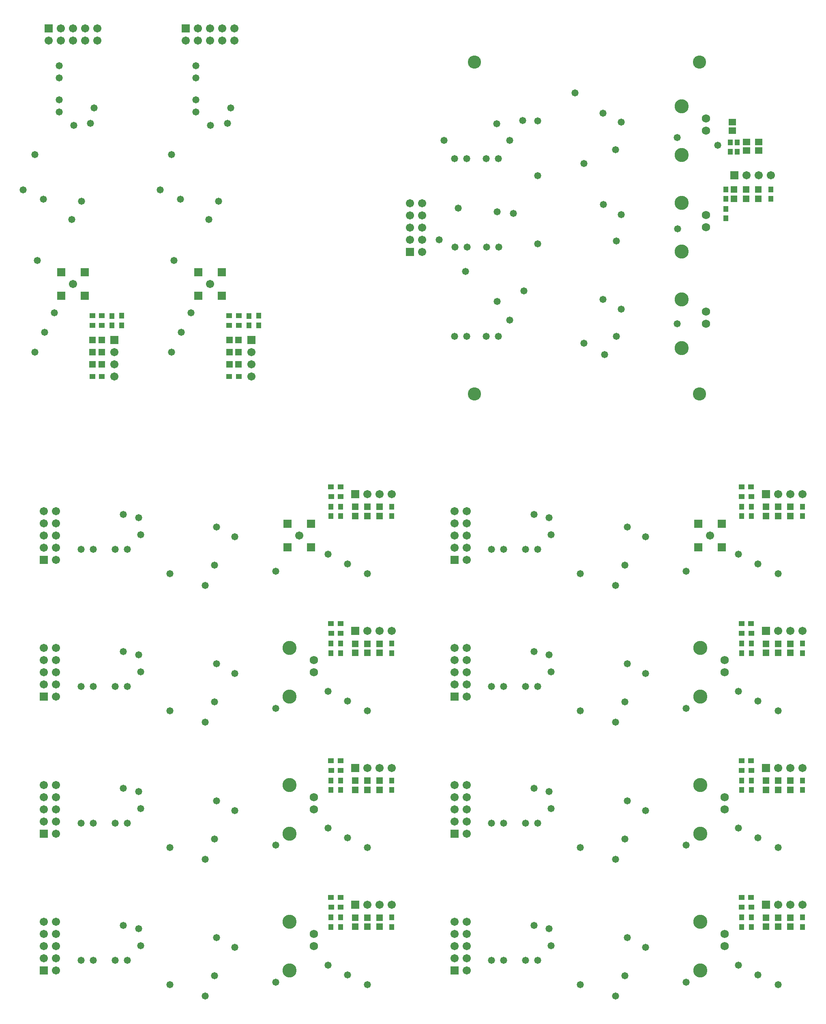
<source format=gbs>
%FSLAX25Y25*%
%MOIN*%
G70*
G01*
G75*
G04 Layer_Color=16711935*
%ADD10R,0.03543X0.04331*%
%ADD11R,0.04331X0.03543*%
%ADD12R,0.03543X0.03937*%
%ADD13R,0.04724X0.05512*%
%ADD14R,0.04016X0.01614*%
%ADD15R,0.05512X0.04724*%
%ADD16R,0.05512X0.04921*%
%ADD17R,0.04921X0.05512*%
%ADD18O,0.02362X0.08661*%
%ADD19C,0.01000*%
%ADD20O,0.08661X0.02362*%
%ADD21R,0.05512X0.04921*%
%ADD22R,0.05512X0.04724*%
%ADD23R,0.01614X0.04016*%
%ADD24R,0.03937X0.03543*%
%ADD25R,0.04331X0.03543*%
%ADD26C,0.05906*%
%ADD27R,0.05906X0.05906*%
%ADD28R,0.05906X0.05906*%
%ADD29C,0.06000*%
%ADD30C,0.05000*%
%ADD31C,0.10787*%
%ADD32R,0.05906X0.05906*%
%ADD33C,0.10000*%
%ADD34R,0.04724X0.04724*%
%ADD35R,0.04724X0.04724*%
%ADD36C,0.00787*%
%ADD37C,0.00984*%
%ADD38C,0.02362*%
%ADD39C,0.00800*%
%ADD40C,0.01500*%
%ADD41C,0.02000*%
%ADD42R,0.04343X0.05131*%
%ADD43R,0.05131X0.04343*%
%ADD44R,0.04343X0.04737*%
%ADD45R,0.05524X0.06312*%
%ADD46R,0.04816X0.02414*%
%ADD47R,0.06312X0.05524*%
%ADD48R,0.06312X0.05721*%
%ADD49R,0.05721X0.06312*%
%ADD50O,0.03162X0.09461*%
%ADD51O,0.09461X0.03162*%
%ADD52R,0.06312X0.05721*%
%ADD53R,0.06312X0.05524*%
%ADD54R,0.02414X0.04816*%
%ADD55R,0.04737X0.04343*%
%ADD56R,0.05131X0.04343*%
%ADD57C,0.06706*%
%ADD58R,0.06706X0.06706*%
%ADD59R,0.06706X0.06706*%
%ADD60C,0.06800*%
%ADD61C,0.05800*%
%ADD62C,0.11587*%
%ADD63R,0.06706X0.06706*%
%ADD64C,0.10800*%
%ADD65R,0.05524X0.05524*%
%ADD66R,0.05524X0.05524*%
D42*
X270000Y73677D02*
D03*
Y65803D02*
D03*
X312000D02*
D03*
Y73677D02*
D03*
X262000Y65803D02*
D03*
Y73677D02*
D03*
X90000Y560126D02*
D03*
Y568000D02*
D03*
X82000Y567874D02*
D03*
Y560000D02*
D03*
X202500Y560126D02*
D03*
Y568000D02*
D03*
X194500Y567874D02*
D03*
Y560000D02*
D03*
X262000Y411177D02*
D03*
Y403303D02*
D03*
X312000Y411177D02*
D03*
Y403303D02*
D03*
X270000D02*
D03*
Y411177D02*
D03*
X599500D02*
D03*
Y403303D02*
D03*
X649500Y411177D02*
D03*
Y403303D02*
D03*
X607500D02*
D03*
Y411177D02*
D03*
Y73677D02*
D03*
Y65803D02*
D03*
X649500D02*
D03*
Y73677D02*
D03*
X599500Y65803D02*
D03*
Y73677D02*
D03*
X607500Y186177D02*
D03*
Y178303D02*
D03*
X649500D02*
D03*
Y186177D02*
D03*
X599500Y178303D02*
D03*
Y186177D02*
D03*
X607500Y298677D02*
D03*
Y290803D02*
D03*
X649500D02*
D03*
Y298677D02*
D03*
X599500Y290803D02*
D03*
Y298677D02*
D03*
X270000Y186177D02*
D03*
Y178303D02*
D03*
X312000D02*
D03*
Y186177D02*
D03*
X262000Y178303D02*
D03*
Y186177D02*
D03*
X270000Y298677D02*
D03*
Y290803D02*
D03*
X312000D02*
D03*
Y298677D02*
D03*
X262000Y290803D02*
D03*
Y298677D02*
D03*
X586700Y655800D02*
D03*
Y647926D02*
D03*
Y671777D02*
D03*
Y663903D02*
D03*
X623500D02*
D03*
Y671777D02*
D03*
X595900Y710454D02*
D03*
Y702580D02*
D03*
X590100D02*
D03*
Y710454D02*
D03*
D43*
X270000Y82000D02*
D03*
X262126D02*
D03*
X262000Y90000D02*
D03*
X269874D02*
D03*
X65803Y560000D02*
D03*
X73677D02*
D03*
X178303D02*
D03*
X186177D02*
D03*
X269874Y427500D02*
D03*
X262000D02*
D03*
X262126Y419500D02*
D03*
X270000D02*
D03*
X607374Y427500D02*
D03*
X599500D02*
D03*
X599626Y419500D02*
D03*
X607500D02*
D03*
Y82000D02*
D03*
X599626D02*
D03*
X599500Y90000D02*
D03*
X607374D02*
D03*
X607500Y194500D02*
D03*
X599626D02*
D03*
X599500Y202500D02*
D03*
X607374D02*
D03*
X607500Y307000D02*
D03*
X599626D02*
D03*
X599500Y315000D02*
D03*
X607374D02*
D03*
X270000Y194500D02*
D03*
X262126D02*
D03*
X262000Y202500D02*
D03*
X269874D02*
D03*
X270000Y307000D02*
D03*
X262126D02*
D03*
X262000Y315000D02*
D03*
X269874D02*
D03*
D48*
X591800Y720055D02*
D03*
Y726945D02*
D03*
X603700Y703755D02*
D03*
Y710645D02*
D03*
X613500Y703755D02*
D03*
Y710645D02*
D03*
D56*
X73677Y568000D02*
D03*
X65803D02*
D03*
X73677Y518000D02*
D03*
X65803D02*
D03*
X186177Y568000D02*
D03*
X178303D02*
D03*
X186177Y518000D02*
D03*
X178303D02*
D03*
D57*
X312000Y84000D02*
D03*
X302000D02*
D03*
X292000D02*
D03*
X36000Y70000D02*
D03*
X26000D02*
D03*
X36000Y60000D02*
D03*
X26000D02*
D03*
X36000Y50000D02*
D03*
X26000D02*
D03*
X36000Y40000D02*
D03*
X26000D02*
D03*
X36000Y30000D02*
D03*
X30000Y794000D02*
D03*
X40000Y804000D02*
D03*
Y794000D02*
D03*
X50000Y804000D02*
D03*
Y794000D02*
D03*
X60000Y804000D02*
D03*
Y794000D02*
D03*
X70000Y804000D02*
D03*
Y794000D02*
D03*
X84000Y538000D02*
D03*
Y528000D02*
D03*
Y518000D02*
D03*
X50000Y594000D02*
D03*
X142500Y794000D02*
D03*
X152500Y804000D02*
D03*
Y794000D02*
D03*
X162500Y804000D02*
D03*
Y794000D02*
D03*
X172500Y804000D02*
D03*
Y794000D02*
D03*
X182500Y804000D02*
D03*
Y794000D02*
D03*
X196500Y538000D02*
D03*
Y528000D02*
D03*
Y518000D02*
D03*
X162500Y594000D02*
D03*
X36000Y367500D02*
D03*
X26000Y377500D02*
D03*
X36000D02*
D03*
X26000Y387500D02*
D03*
X36000D02*
D03*
X26000Y397500D02*
D03*
X36000D02*
D03*
X26000Y407500D02*
D03*
X36000D02*
D03*
X292000Y421500D02*
D03*
X302000D02*
D03*
X312000D02*
D03*
X236000Y387500D02*
D03*
X373500Y367500D02*
D03*
X363500Y377500D02*
D03*
X373500D02*
D03*
X363500Y387500D02*
D03*
X373500D02*
D03*
X363500Y397500D02*
D03*
X373500D02*
D03*
X363500Y407500D02*
D03*
X373500D02*
D03*
X629500Y421500D02*
D03*
X639500D02*
D03*
X649500D02*
D03*
X573500Y387500D02*
D03*
X649500Y84000D02*
D03*
X639500D02*
D03*
X629500D02*
D03*
X373500Y70000D02*
D03*
X363500D02*
D03*
X373500Y60000D02*
D03*
X363500D02*
D03*
X373500Y50000D02*
D03*
X363500D02*
D03*
X373500Y40000D02*
D03*
X363500D02*
D03*
X373500Y30000D02*
D03*
X649500Y196500D02*
D03*
X639500D02*
D03*
X629500D02*
D03*
X373500Y182500D02*
D03*
X363500D02*
D03*
X373500Y172500D02*
D03*
X363500D02*
D03*
X373500Y162500D02*
D03*
X363500D02*
D03*
X373500Y152500D02*
D03*
X363500D02*
D03*
X373500Y142500D02*
D03*
X649500Y309000D02*
D03*
X639500D02*
D03*
X629500D02*
D03*
X373500Y295000D02*
D03*
X363500D02*
D03*
X373500Y285000D02*
D03*
X363500D02*
D03*
X373500Y275000D02*
D03*
X363500D02*
D03*
X373500Y265000D02*
D03*
X363500D02*
D03*
X373500Y255000D02*
D03*
X312000Y196500D02*
D03*
X302000D02*
D03*
X292000D02*
D03*
X36000Y182500D02*
D03*
X26000D02*
D03*
X36000Y172500D02*
D03*
X26000D02*
D03*
X36000Y162500D02*
D03*
X26000D02*
D03*
X36000Y152500D02*
D03*
X26000D02*
D03*
X36000Y142500D02*
D03*
X312000Y309000D02*
D03*
X302000D02*
D03*
X292000D02*
D03*
X36000Y295000D02*
D03*
X26000D02*
D03*
X36000Y285000D02*
D03*
X26000D02*
D03*
X36000Y275000D02*
D03*
X26000D02*
D03*
X36000Y265000D02*
D03*
X26000D02*
D03*
X36000Y255000D02*
D03*
X623500Y683500D02*
D03*
X613500D02*
D03*
X603500D02*
D03*
X337000Y660500D02*
D03*
X327000D02*
D03*
X337000Y650500D02*
D03*
X327000D02*
D03*
X337000Y640500D02*
D03*
X327000D02*
D03*
X337000Y630500D02*
D03*
X327000D02*
D03*
X337000Y620500D02*
D03*
D58*
X282000Y84000D02*
D03*
Y421500D02*
D03*
X226276Y397224D02*
D03*
Y377776D02*
D03*
X245724D02*
D03*
Y397224D02*
D03*
X619500Y421500D02*
D03*
X563776Y397224D02*
D03*
Y377776D02*
D03*
X583224D02*
D03*
Y397224D02*
D03*
X619500Y84000D02*
D03*
Y196500D02*
D03*
Y309000D02*
D03*
X282000Y196500D02*
D03*
Y309000D02*
D03*
X593500Y683500D02*
D03*
D59*
X26000Y30000D02*
D03*
X84000Y548000D02*
D03*
X59724Y603724D02*
D03*
X40276D02*
D03*
Y584276D02*
D03*
X59724D02*
D03*
X196500Y548000D02*
D03*
X172224Y603724D02*
D03*
X152776D02*
D03*
Y584276D02*
D03*
X172224D02*
D03*
X26000Y367500D02*
D03*
X363500D02*
D03*
Y30000D02*
D03*
Y142500D02*
D03*
Y255000D02*
D03*
X26000Y142500D02*
D03*
Y255000D02*
D03*
X327000Y620500D02*
D03*
D60*
X248000Y60000D02*
D03*
Y50000D02*
D03*
X585500Y60000D02*
D03*
Y50000D02*
D03*
Y172500D02*
D03*
Y162500D02*
D03*
Y285000D02*
D03*
Y275000D02*
D03*
X248000Y172500D02*
D03*
Y162500D02*
D03*
Y285000D02*
D03*
Y275000D02*
D03*
X570200Y720000D02*
D03*
Y730000D02*
D03*
Y640700D02*
D03*
Y650700D02*
D03*
Y561400D02*
D03*
Y571400D02*
D03*
D61*
X56500Y38500D02*
D03*
X66500D02*
D03*
X84500D02*
D03*
X94500D02*
D03*
X91323Y67177D02*
D03*
X129500Y18500D02*
D03*
X105500Y50500D02*
D03*
X103908Y64408D02*
D03*
X168000Y57000D02*
D03*
X166106Y25606D02*
D03*
X216543Y20457D02*
D03*
X275445Y26445D02*
D03*
X259445Y34445D02*
D03*
X291945Y18445D02*
D03*
X183043Y49043D02*
D03*
X158500Y9000D02*
D03*
X9000Y671500D02*
D03*
X18445Y538055D02*
D03*
X34445Y570555D02*
D03*
X26445Y554555D02*
D03*
X20457Y613457D02*
D03*
X25606Y663894D02*
D03*
X57000Y662000D02*
D03*
X64408Y726092D02*
D03*
X50500Y724500D02*
D03*
X18500Y700500D02*
D03*
X67177Y738677D02*
D03*
X38500Y735500D02*
D03*
Y745500D02*
D03*
Y763500D02*
D03*
Y773500D02*
D03*
X49043Y646957D02*
D03*
X121500Y671500D02*
D03*
X130945Y538055D02*
D03*
X146945Y570555D02*
D03*
X138945Y554555D02*
D03*
X132957Y613457D02*
D03*
X138106Y663894D02*
D03*
X169500Y662000D02*
D03*
X176908Y726092D02*
D03*
X163000Y724500D02*
D03*
X131000Y700500D02*
D03*
X179677Y738677D02*
D03*
X151000Y735500D02*
D03*
Y745500D02*
D03*
Y763500D02*
D03*
Y773500D02*
D03*
X161543Y646957D02*
D03*
X158500Y346500D02*
D03*
X291945Y355945D02*
D03*
X259445Y371945D02*
D03*
X275445Y363945D02*
D03*
X216543Y357957D02*
D03*
X166106Y363106D02*
D03*
X168000Y394500D02*
D03*
X103908Y401908D02*
D03*
X105500Y388000D02*
D03*
X129500Y356000D02*
D03*
X91323Y404677D02*
D03*
X94500Y376000D02*
D03*
X84500D02*
D03*
X66500D02*
D03*
X56500D02*
D03*
X183043Y386543D02*
D03*
X496000Y346500D02*
D03*
X629445Y355945D02*
D03*
X596945Y371945D02*
D03*
X612945Y363945D02*
D03*
X554043Y357957D02*
D03*
X503606Y363106D02*
D03*
X505500Y394500D02*
D03*
X441408Y401908D02*
D03*
X443000Y388000D02*
D03*
X467000Y356000D02*
D03*
X428823Y404677D02*
D03*
X432000Y376000D02*
D03*
X422000D02*
D03*
X404000D02*
D03*
X394000D02*
D03*
X520543Y386543D02*
D03*
X394000Y38500D02*
D03*
X404000D02*
D03*
X422000D02*
D03*
X432000D02*
D03*
X428823Y67177D02*
D03*
X467000Y18500D02*
D03*
X443000Y50500D02*
D03*
X441408Y64408D02*
D03*
X505500Y57000D02*
D03*
X503606Y25606D02*
D03*
X554043Y20457D02*
D03*
X612945Y26445D02*
D03*
X596945Y34445D02*
D03*
X629445Y18445D02*
D03*
X520543Y49043D02*
D03*
X496000Y9000D02*
D03*
X394000Y151000D02*
D03*
X404000D02*
D03*
X422000D02*
D03*
X432000D02*
D03*
X428823Y179677D02*
D03*
X467000Y131000D02*
D03*
X443000Y163000D02*
D03*
X441408Y176908D02*
D03*
X505500Y169500D02*
D03*
X503606Y138106D02*
D03*
X554043Y132957D02*
D03*
X612945Y138945D02*
D03*
X596945Y146945D02*
D03*
X629445Y130945D02*
D03*
X520543Y161543D02*
D03*
X496000Y121500D02*
D03*
X394000Y263500D02*
D03*
X404000D02*
D03*
X422000D02*
D03*
X432000D02*
D03*
X428823Y292177D02*
D03*
X467000Y243500D02*
D03*
X443000Y275500D02*
D03*
X441408Y289408D02*
D03*
X505500Y282000D02*
D03*
X503606Y250606D02*
D03*
X554043Y245457D02*
D03*
X612945Y251445D02*
D03*
X596945Y259445D02*
D03*
X629445Y243445D02*
D03*
X520543Y274043D02*
D03*
X496000Y234000D02*
D03*
X56500Y151000D02*
D03*
X66500D02*
D03*
X84500D02*
D03*
X94500D02*
D03*
X91323Y179677D02*
D03*
X129500Y131000D02*
D03*
X105500Y163000D02*
D03*
X103908Y176908D02*
D03*
X168000Y169500D02*
D03*
X166106Y138106D02*
D03*
X216543Y132957D02*
D03*
X275445Y138945D02*
D03*
X259445Y146945D02*
D03*
X291945Y130945D02*
D03*
X183043Y161543D02*
D03*
X158500Y121500D02*
D03*
X56500Y263500D02*
D03*
X66500D02*
D03*
X84500D02*
D03*
X94500D02*
D03*
X91323Y292177D02*
D03*
X129500Y243500D02*
D03*
X105500Y275500D02*
D03*
X103908Y289408D02*
D03*
X168000Y282000D02*
D03*
X166106Y250606D02*
D03*
X216543Y245457D02*
D03*
X275445Y251445D02*
D03*
X259445Y259445D02*
D03*
X291945Y243445D02*
D03*
X183043Y274043D02*
D03*
X158500Y234000D02*
D03*
X350953Y630547D02*
D03*
X546500Y714500D02*
D03*
X485500Y734500D02*
D03*
X547000Y639500D02*
D03*
X486000Y659500D02*
D03*
X546500Y561500D02*
D03*
X485600Y581400D02*
D03*
X408900Y564400D02*
D03*
Y711900D02*
D03*
X469900Y693100D02*
D03*
X398323Y725677D02*
D03*
X399500Y697000D02*
D03*
X389500D02*
D03*
X373500D02*
D03*
X363500D02*
D03*
X400000Y624500D02*
D03*
X390000D02*
D03*
X374000D02*
D03*
X364000D02*
D03*
X398500Y653500D02*
D03*
X399500Y551000D02*
D03*
X389500D02*
D03*
X373500D02*
D03*
X363500D02*
D03*
X398677Y579677D02*
D03*
X496000Y704500D02*
D03*
X496500Y629500D02*
D03*
X496700Y551200D02*
D03*
X420500Y588500D02*
D03*
X411908Y651908D02*
D03*
X432000Y683000D02*
D03*
Y627000D02*
D03*
X469900Y545400D02*
D03*
X419500Y728500D02*
D03*
X432000Y728000D02*
D03*
X462500Y751000D02*
D03*
X372500Y604500D02*
D03*
X355000Y712000D02*
D03*
X500543Y726957D02*
D03*
Y573457D02*
D03*
X487000Y536000D02*
D03*
X580000Y708000D02*
D03*
X500500Y651000D02*
D03*
X366500Y656500D02*
D03*
D62*
X228000Y70000D02*
D03*
Y30000D02*
D03*
X565500Y70000D02*
D03*
Y30000D02*
D03*
Y182500D02*
D03*
Y142500D02*
D03*
Y295000D02*
D03*
Y255000D02*
D03*
X228000Y182500D02*
D03*
Y142500D02*
D03*
Y295000D02*
D03*
Y255000D02*
D03*
X550200Y700000D02*
D03*
Y740000D02*
D03*
Y620700D02*
D03*
Y660700D02*
D03*
Y541400D02*
D03*
Y581400D02*
D03*
D63*
X30000Y804000D02*
D03*
X142500D02*
D03*
D64*
X380000Y776250D02*
D03*
X565000D02*
D03*
Y503750D02*
D03*
X380000D02*
D03*
D65*
X292000Y66000D02*
D03*
Y73480D02*
D03*
X282000D02*
D03*
Y66000D02*
D03*
X302000Y73480D02*
D03*
Y66000D02*
D03*
Y403500D02*
D03*
Y410980D02*
D03*
X282000Y403500D02*
D03*
Y410980D02*
D03*
X292000D02*
D03*
Y403500D02*
D03*
X639500D02*
D03*
Y410980D02*
D03*
X619500Y403500D02*
D03*
Y410980D02*
D03*
X629500D02*
D03*
Y403500D02*
D03*
Y66000D02*
D03*
Y73480D02*
D03*
X619500D02*
D03*
Y66000D02*
D03*
X639500Y73480D02*
D03*
Y66000D02*
D03*
X629500Y178500D02*
D03*
Y185980D02*
D03*
X619500D02*
D03*
Y178500D02*
D03*
X639500Y185980D02*
D03*
Y178500D02*
D03*
X629500Y291000D02*
D03*
Y298480D02*
D03*
X619500D02*
D03*
Y291000D02*
D03*
X639500Y298480D02*
D03*
Y291000D02*
D03*
X292000Y178500D02*
D03*
Y185980D02*
D03*
X282000D02*
D03*
Y178500D02*
D03*
X302000Y185980D02*
D03*
Y178500D02*
D03*
X292000Y291000D02*
D03*
Y298480D02*
D03*
X282000D02*
D03*
Y291000D02*
D03*
X302000Y298480D02*
D03*
Y291000D02*
D03*
X593300Y664100D02*
D03*
Y671580D02*
D03*
X603200D02*
D03*
Y664100D02*
D03*
X613400D02*
D03*
Y671580D02*
D03*
D66*
X66000Y528000D02*
D03*
X73480D02*
D03*
X66000Y548000D02*
D03*
X73480D02*
D03*
Y538000D02*
D03*
X66000D02*
D03*
X178500Y528000D02*
D03*
X185980D02*
D03*
X178500Y548000D02*
D03*
X185980D02*
D03*
Y538000D02*
D03*
X178500D02*
D03*
M02*

</source>
